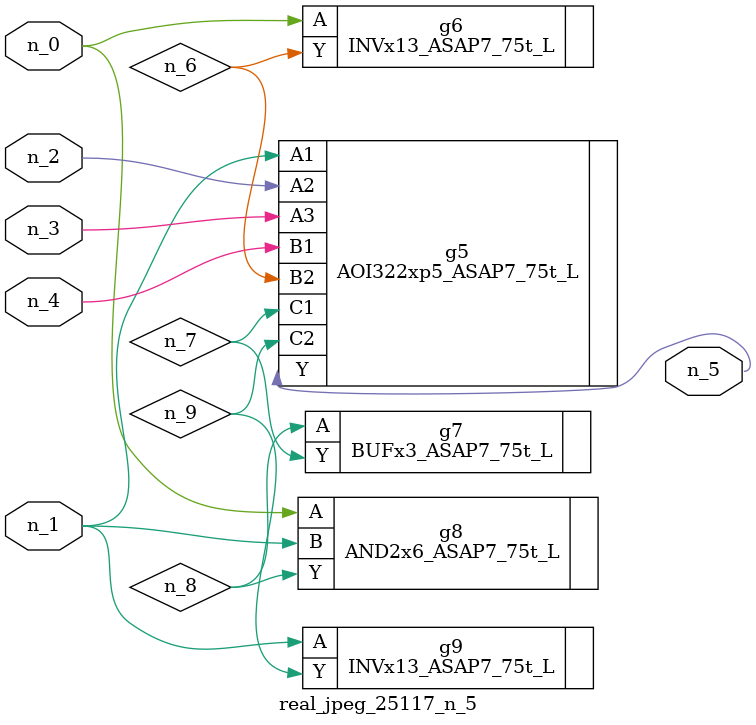
<source format=v>
module real_jpeg_25117_n_5 (n_4, n_0, n_1, n_2, n_3, n_5);

input n_4;
input n_0;
input n_1;
input n_2;
input n_3;

output n_5;

wire n_8;
wire n_6;
wire n_7;
wire n_9;

INVx13_ASAP7_75t_L g6 ( 
.A(n_0),
.Y(n_6)
);

AND2x6_ASAP7_75t_L g8 ( 
.A(n_0),
.B(n_1),
.Y(n_8)
);

AOI322xp5_ASAP7_75t_L g5 ( 
.A1(n_1),
.A2(n_2),
.A3(n_3),
.B1(n_4),
.B2(n_6),
.C1(n_7),
.C2(n_9),
.Y(n_5)
);

INVx13_ASAP7_75t_L g9 ( 
.A(n_1),
.Y(n_9)
);

BUFx3_ASAP7_75t_L g7 ( 
.A(n_8),
.Y(n_7)
);


endmodule
</source>
